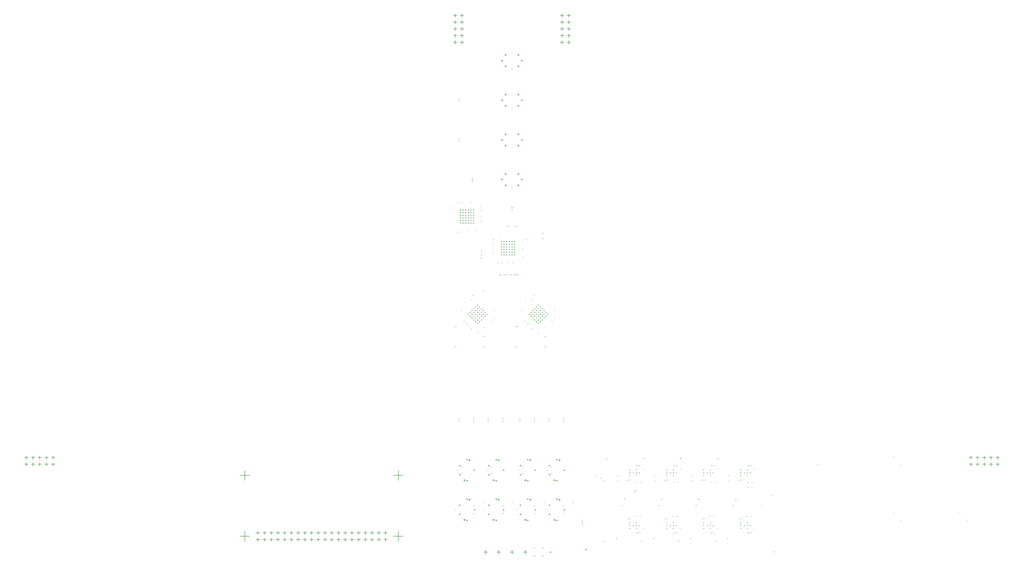
<source format=gbr>
%TF.GenerationSoftware,Altium Limited,Altium Designer,22.5.1 (42)*%
G04 Layer_Color=128*
%FSLAX26Y26*%
%MOIN*%
%TF.SameCoordinates,79F18A81-A5BF-4171-AD75-6FA3A7A6B408*%
%TF.FilePolarity,Positive*%
%TF.FileFunction,Drillmap*%
%TF.Part,Single*%
G01*
G75*
%TA.AperFunction,NonConductor*%
%ADD174C,0.005000*%
D174*
X5262953Y3830000D02*
X5314134D01*
X5288543Y3804410D02*
Y3855590D01*
X5162953Y3830000D02*
X5214134D01*
X5188543Y3804410D02*
Y3855590D01*
X5062953Y3830000D02*
X5114134D01*
X5088543Y3804410D02*
Y3855590D01*
X917717Y4851575D02*
X968898D01*
X943307Y4825984D02*
Y4877165D01*
X1117717Y4851575D02*
X1168898D01*
X1143307Y4825984D02*
Y4877165D01*
X1017717Y4851575D02*
X1068898D01*
X1043307Y4825984D02*
Y4877165D01*
X817717Y4951575D02*
X868898D01*
X843307Y4925984D02*
Y4977165D01*
X917717Y4951575D02*
X968898D01*
X943307Y4925984D02*
Y4977165D01*
X1017717Y4951575D02*
X1068898D01*
X1043307Y4925984D02*
Y4977165D01*
X1117717Y4951575D02*
X1168898D01*
X1143307Y4925984D02*
Y4977165D01*
X1217717Y4951575D02*
X1268898D01*
X1243307Y4925984D02*
Y4977165D01*
X1217717Y4851575D02*
X1268898D01*
X1243307Y4825984D02*
Y4877165D01*
X817717Y4851575D02*
X868898D01*
X843307Y4825984D02*
Y4877165D01*
X7200000Y11538583D02*
X7251181D01*
X7225591Y11512992D02*
Y11564173D01*
X7200000Y11438583D02*
X7251181D01*
X7225591Y11412992D02*
Y11464173D01*
X7200000Y11338583D02*
X7251181D01*
X7225591Y11312992D02*
Y11364173D01*
X7200000Y11238583D02*
X7251181D01*
X7225591Y11212992D02*
Y11264173D01*
X7200000Y11138583D02*
X7251181D01*
X7225591Y11112992D02*
Y11164173D01*
X7300000Y11138583D02*
X7351181D01*
X7325591Y11112992D02*
Y11164173D01*
X7300000Y11238583D02*
X7351181D01*
X7325591Y11212992D02*
Y11264173D01*
X7300000Y11338583D02*
X7351181D01*
X7325591Y11312992D02*
Y11364173D01*
X7300000Y11438583D02*
X7351181D01*
X7325591Y11412992D02*
Y11464173D01*
X7300000Y11538583D02*
X7351181D01*
X7325591Y11512992D02*
Y11564173D01*
X14872835Y4951575D02*
X14924016D01*
X14898425Y4925984D02*
Y4977165D01*
X14972835Y4951575D02*
X15024016D01*
X14998425Y4925984D02*
Y4977165D01*
X15072835Y4951575D02*
X15124016D01*
X15098425Y4925984D02*
Y4977165D01*
X15172835Y4951575D02*
X15224016D01*
X15198425Y4925984D02*
Y4977165D01*
X15272835Y4951575D02*
X15324016D01*
X15298425Y4925984D02*
Y4977165D01*
X15272835Y4851575D02*
X15324016D01*
X15298425Y4825984D02*
Y4877165D01*
X15172835Y4851575D02*
X15224016D01*
X15198425Y4825984D02*
Y4877165D01*
X15072835Y4851575D02*
X15124016D01*
X15098425Y4825984D02*
Y4877165D01*
X14972835Y4851575D02*
X15024016D01*
X14998425Y4825984D02*
Y4877165D01*
X14872835Y4851575D02*
X14924016D01*
X14898425Y4825984D02*
Y4877165D01*
X8890551Y11138583D02*
X8941732D01*
X8916142Y11112992D02*
Y11164173D01*
X8890551Y11238583D02*
X8941732D01*
X8916142Y11212992D02*
Y11264173D01*
X8890551Y11338583D02*
X8941732D01*
X8916142Y11312992D02*
Y11364173D01*
X8890551Y11438583D02*
X8941732D01*
X8916142Y11412992D02*
Y11464173D01*
X8890551Y11538583D02*
X8941732D01*
X8916142Y11512992D02*
Y11564173D01*
X8790551Y11538583D02*
X8841732D01*
X8816142Y11512992D02*
Y11564173D01*
X8790551Y11438583D02*
X8841732D01*
X8816142Y11412992D02*
Y11464173D01*
X8790551Y11338583D02*
X8841732D01*
X8816142Y11312992D02*
Y11364173D01*
X8790551Y11238583D02*
X8841732D01*
X8816142Y11212992D02*
Y11264173D01*
X8790551Y11138583D02*
X8841732D01*
X8816142Y11112992D02*
Y11164173D01*
X6162953Y3830000D02*
X6214134D01*
X6188543Y3804410D02*
Y3855590D01*
X6162953Y3730000D02*
X6214134D01*
X6188543Y3704410D02*
Y3755590D01*
X6062953Y3830000D02*
X6114134D01*
X6088543Y3804410D02*
Y3855590D01*
X6062953Y3730000D02*
X6114134D01*
X6088543Y3704410D02*
Y3755590D01*
X5962953Y3830000D02*
X6014134D01*
X5988543Y3804410D02*
Y3855590D01*
X5962953Y3730000D02*
X6014134D01*
X5988543Y3704410D02*
Y3755590D01*
X5862953Y3830000D02*
X5914134D01*
X5888543Y3804410D02*
Y3855590D01*
X5862953Y3730000D02*
X5914134D01*
X5888543Y3704410D02*
Y3755590D01*
X5762953Y3830000D02*
X5814134D01*
X5788543Y3804410D02*
Y3855590D01*
X5762953Y3730000D02*
X5814134D01*
X5788543Y3704410D02*
Y3755590D01*
X5662953Y3830000D02*
X5714134D01*
X5688543Y3804410D02*
Y3855590D01*
X5662953Y3730000D02*
X5714134D01*
X5688543Y3704410D02*
Y3755590D01*
X5562953Y3830000D02*
X5614134D01*
X5588543Y3804410D02*
Y3855590D01*
X5562953Y3730000D02*
X5614134D01*
X5588543Y3704410D02*
Y3755590D01*
X5462953Y3830000D02*
X5514134D01*
X5488543Y3804410D02*
Y3855590D01*
X5462953Y3730000D02*
X5514134D01*
X5488543Y3704410D02*
Y3755590D01*
X5362953Y3830000D02*
X5414134D01*
X5388543Y3804410D02*
Y3855590D01*
X5362953Y3730000D02*
X5414134D01*
X5388543Y3704410D02*
Y3755590D01*
X5262953Y3730000D02*
X5314134D01*
X5288543Y3704410D02*
Y3755590D01*
X5162953Y3730000D02*
X5214134D01*
X5188543Y3704410D02*
Y3755590D01*
X5062953Y3730000D02*
X5114134D01*
X5088543Y3704410D02*
Y3755590D01*
X4962953Y3830000D02*
X5014134D01*
X4988543Y3804410D02*
Y3855590D01*
X4962953Y3730000D02*
X5014134D01*
X4988543Y3704410D02*
Y3755590D01*
X4862953Y3830000D02*
X4914134D01*
X4888543Y3804410D02*
Y3855590D01*
X4862953Y3730000D02*
X4914134D01*
X4888543Y3704410D02*
Y3755590D01*
X4762953Y3830000D02*
X4814134D01*
X4788543Y3804410D02*
Y3855590D01*
X4762953Y3730000D02*
X4814134D01*
X4788543Y3704410D02*
Y3755590D01*
X4662953Y3830000D02*
X4714134D01*
X4688543Y3804410D02*
Y3855590D01*
X4662953Y3730000D02*
X4714134D01*
X4688543Y3704410D02*
Y3755590D01*
X4562953Y3830000D02*
X4614134D01*
X4588543Y3804410D02*
Y3855590D01*
X4562953Y3730000D02*
X4614134D01*
X4588543Y3704410D02*
Y3755590D01*
X4462953Y3830000D02*
X4514134D01*
X4488543Y3804410D02*
Y3855590D01*
X4462953Y3730000D02*
X4514134D01*
X4488543Y3704410D02*
Y3755590D01*
X4362953Y3830000D02*
X4414134D01*
X4388543Y3804410D02*
Y3855590D01*
X4362953Y3730000D02*
X4414134D01*
X4388543Y3704410D02*
Y3755590D01*
X4262953Y3830000D02*
X4314134D01*
X4288543Y3804410D02*
Y3855590D01*
X4262953Y3730000D02*
X4314134D01*
X4288543Y3704410D02*
Y3755590D01*
X6305118Y3779528D02*
X6450787D01*
X6377953Y3706693D02*
Y3852362D01*
X6305118Y4685039D02*
X6450787D01*
X6377953Y4612205D02*
Y4757874D01*
X4021654Y4685039D02*
X4167323D01*
X4094488Y4612205D02*
Y4757874D01*
X4021654Y3779528D02*
X4167323D01*
X4094488Y3706693D02*
Y3852362D01*
X7910236Y10866142D02*
X7936220D01*
X7923228Y10853150D02*
Y10879134D01*
X8207087Y10866142D02*
X8229921D01*
X8218504Y10854724D02*
Y10877559D01*
X8151575Y10781496D02*
X8179134D01*
X8165354Y10767717D02*
Y10795275D01*
X7962598Y10781496D02*
X7990157D01*
X7976378Y10767717D02*
Y10795275D01*
X7962598Y10950787D02*
X7990157D01*
X7976378Y10937008D02*
Y10964567D01*
X8151575Y10950787D02*
X8179134D01*
X8165354Y10937008D02*
Y10964567D01*
X7910236Y10275591D02*
X7936220D01*
X7923228Y10262599D02*
Y10288583D01*
X8207087Y10275591D02*
X8229921D01*
X8218504Y10264173D02*
Y10287008D01*
X8151575Y10190945D02*
X8179134D01*
X8165354Y10177165D02*
Y10204724D01*
X7962598Y10190945D02*
X7990157D01*
X7976378Y10177165D02*
Y10204724D01*
X7962598Y10360236D02*
X7990157D01*
X7976378Y10346457D02*
Y10374016D01*
X8151575Y10360236D02*
X8179134D01*
X8165354Y10346457D02*
Y10374016D01*
X7910236Y9685039D02*
X7936220D01*
X7923228Y9672047D02*
Y9698031D01*
X8207087Y9685039D02*
X8229921D01*
X8218504Y9673622D02*
Y9696457D01*
X8151575Y9600394D02*
X8179134D01*
X8165354Y9586614D02*
Y9614173D01*
X7962598Y9600394D02*
X7990157D01*
X7976378Y9586614D02*
Y9614173D01*
X7962598Y9769685D02*
X7990157D01*
X7976378Y9755906D02*
Y9783465D01*
X8151575Y9769685D02*
X8179134D01*
X8165354Y9755906D02*
Y9783465D01*
X7910236Y9094488D02*
X7936220D01*
X7923228Y9081496D02*
Y9107480D01*
X8207087Y9094488D02*
X8229921D01*
X8218504Y9083071D02*
Y9105906D01*
X8151575Y9009843D02*
X8179134D01*
X8165354Y8996063D02*
Y9023622D01*
X7962598Y9009843D02*
X7990157D01*
X7976378Y8996063D02*
Y9023622D01*
X7962598Y9179134D02*
X7990157D01*
X7976378Y9165354D02*
Y9192913D01*
X8151575Y9179134D02*
X8179134D01*
X8165354Y9165354D02*
Y9192913D01*
X7391732Y4605905D02*
X7411417D01*
X7401575Y4596063D02*
Y4615748D01*
X7391732Y4921653D02*
X7411417D01*
X7401575Y4911811D02*
Y4931496D01*
X7501968Y4763779D02*
X7521654D01*
X7511811Y4753937D02*
Y4773622D01*
X7281496Y4694882D02*
X7301181D01*
X7291339Y4685039D02*
Y4704724D01*
X7281496Y4832677D02*
X7301181D01*
X7291339Y4822834D02*
Y4842520D01*
X7423425Y4913779D02*
X7452953D01*
X7438189Y4899016D02*
Y4928543D01*
X7350197Y4613779D02*
X7379724D01*
X7364961Y4599016D02*
Y4628543D01*
X8297244Y4015354D02*
X8316929D01*
X8307087Y4005512D02*
Y4025197D01*
X8297244Y4331102D02*
X8316929D01*
X8307087Y4321260D02*
Y4340945D01*
X8407480Y4173228D02*
X8427165D01*
X8417323Y4163386D02*
Y4183071D01*
X8187008Y4104331D02*
X8206693D01*
X8196850Y4094488D02*
Y4114173D01*
X8187008Y4242126D02*
X8206693D01*
X8196850Y4232283D02*
Y4251968D01*
X8328937Y4323228D02*
X8358465D01*
X8343701Y4308465D02*
Y4337992D01*
X8255709Y4023228D02*
X8285236D01*
X8270472Y4008465D02*
Y4037992D01*
X8730315Y4605905D02*
X8750000D01*
X8740157Y4596063D02*
Y4615748D01*
X8730315Y4921653D02*
X8750000D01*
X8740157Y4911811D02*
Y4931496D01*
X8840551Y4763779D02*
X8860236D01*
X8850394Y4753937D02*
Y4773622D01*
X8620079Y4694882D02*
X8639764D01*
X8629921Y4685039D02*
Y4704724D01*
X8620079Y4832677D02*
X8639764D01*
X8629921Y4822834D02*
Y4842520D01*
X8762008Y4913779D02*
X8791535D01*
X8776772Y4899016D02*
Y4928543D01*
X8688780Y4613779D02*
X8718307D01*
X8703543Y4599016D02*
Y4628543D01*
X8297244Y4605905D02*
X8316929D01*
X8307087Y4596063D02*
Y4615748D01*
X8297244Y4921653D02*
X8316929D01*
X8307087Y4911811D02*
Y4931496D01*
X8407480Y4763779D02*
X8427165D01*
X8417323Y4753937D02*
Y4773622D01*
X8187008Y4694882D02*
X8206693D01*
X8196850Y4685039D02*
Y4704724D01*
X8187008Y4832677D02*
X8206693D01*
X8196850Y4822834D02*
Y4842520D01*
X8328937Y4913779D02*
X8358465D01*
X8343701Y4899016D02*
Y4928543D01*
X8255709Y4613779D02*
X8285236D01*
X8270472Y4599016D02*
Y4628543D01*
X8730315Y4015354D02*
X8750000D01*
X8740157Y4005512D02*
Y4025197D01*
X8730315Y4331102D02*
X8750000D01*
X8740157Y4321260D02*
Y4340945D01*
X8840551Y4173228D02*
X8860236D01*
X8850394Y4163386D02*
Y4183071D01*
X8620079Y4104331D02*
X8639764D01*
X8629921Y4094488D02*
Y4114173D01*
X8620079Y4242126D02*
X8639764D01*
X8629921Y4232283D02*
Y4251968D01*
X8762008Y4323228D02*
X8791535D01*
X8776772Y4308465D02*
Y4337992D01*
X8688780Y4023228D02*
X8718307D01*
X8703543Y4008465D02*
Y4037992D01*
X7824803Y4015354D02*
X7844488D01*
X7834646Y4005512D02*
Y4025197D01*
X7824803Y4331102D02*
X7844488D01*
X7834646Y4321260D02*
Y4340945D01*
X7935039Y4173228D02*
X7954724D01*
X7944882Y4163386D02*
Y4183071D01*
X7714567Y4104331D02*
X7734252D01*
X7724409Y4094488D02*
Y4114173D01*
X7714567Y4242126D02*
X7734252D01*
X7724409Y4232283D02*
Y4251968D01*
X7856496Y4323228D02*
X7886024D01*
X7871260Y4308465D02*
Y4337992D01*
X7783268Y4023228D02*
X7812795D01*
X7798032Y4008465D02*
Y4037992D01*
X7824803Y4605905D02*
X7844488D01*
X7834646Y4596063D02*
Y4615748D01*
X7824803Y4921653D02*
X7844488D01*
X7834646Y4911811D02*
Y4931496D01*
X7935039Y4763779D02*
X7954724D01*
X7944882Y4753937D02*
Y4773622D01*
X7714567Y4694882D02*
X7734252D01*
X7724409Y4685039D02*
Y4704724D01*
X7714567Y4832677D02*
X7734252D01*
X7724409Y4822834D02*
Y4842520D01*
X7856496Y4913779D02*
X7886024D01*
X7871260Y4899016D02*
Y4928543D01*
X7783268Y4613779D02*
X7812795D01*
X7798032Y4599016D02*
Y4628543D01*
X7391732Y4015354D02*
X7411417D01*
X7401575Y4005512D02*
Y4025197D01*
X7391732Y4331102D02*
X7411417D01*
X7401575Y4321260D02*
Y4340945D01*
X7501968Y4173228D02*
X7521654D01*
X7511811Y4163386D02*
Y4183071D01*
X7281496Y4104331D02*
X7301181D01*
X7291339Y4094488D02*
Y4114173D01*
X7281496Y4242126D02*
X7301181D01*
X7291339Y4232283D02*
Y4251968D01*
X7423425Y4323228D02*
X7452953D01*
X7438189Y4308465D02*
Y4337992D01*
X7350197Y4023228D02*
X7379724D01*
X7364961Y4008465D02*
Y4037992D01*
X7613189Y7928147D02*
X7617126D01*
X7615158Y7926179D02*
Y7930116D01*
X7613189Y7912399D02*
X7617126D01*
X7615158Y7910431D02*
Y7914368D01*
X9113189Y3942913D02*
X9117126D01*
X9115157Y3940945D02*
Y3944882D01*
X9113189Y4021653D02*
X9117126D01*
X9115157Y4019685D02*
Y4023622D01*
X8631890Y3543307D02*
X8651575D01*
X8641732Y3533465D02*
Y3553150D01*
X12622047Y4848425D02*
X12625984D01*
X12624016Y4846457D02*
Y4850394D01*
X11946850Y4389764D02*
X11950787D01*
X11948819Y4387795D02*
Y4391732D01*
X11639764Y4503937D02*
X11643701D01*
X11641732Y4501968D02*
Y4505905D01*
X11580709Y4503937D02*
X11584646D01*
X11582677Y4501968D02*
Y4505905D01*
X9113189Y4001968D02*
X9117126D01*
X9115157Y4000000D02*
Y4003937D01*
X9113189Y3982284D02*
X9117126D01*
X9115157Y3980315D02*
Y3984252D01*
X9113189Y3962598D02*
X9117126D01*
X9115157Y3960630D02*
Y3964567D01*
X11580709Y3827756D02*
X11584646D01*
X11582677Y3825787D02*
Y3829724D01*
X11029528Y3827756D02*
X11033465D01*
X11031496Y3825787D02*
Y3829724D01*
X10478346Y3827756D02*
X10482283D01*
X10480315Y3825787D02*
Y3829724D01*
X9927165Y3827756D02*
X9931102D01*
X9929134Y3825787D02*
Y3829724D01*
X11297244Y4606299D02*
X11301181D01*
X11299213Y4604331D02*
Y4608268D01*
X11297244Y4685039D02*
X11301181D01*
X11299213Y4683071D02*
Y4687008D01*
X10746063Y4606299D02*
X10750000D01*
X10748031Y4604331D02*
Y4608268D01*
X10746063Y4685039D02*
X10750000D01*
X10748031Y4683071D02*
Y4687008D01*
X10194882Y4606299D02*
X10198819D01*
X10196850Y4604331D02*
Y4608268D01*
X10194882Y4685039D02*
X10198819D01*
X10196850Y4683071D02*
Y4687008D01*
X11580709Y4833661D02*
X11584646D01*
X11582677Y4831693D02*
Y4835630D01*
X11029528Y4833661D02*
X11033465D01*
X11031496Y4831693D02*
Y4835630D01*
X10478346Y4833661D02*
X10482283D01*
X10480315Y4831693D02*
Y4835630D01*
X9927165Y4833661D02*
X9931102D01*
X9929134Y4831693D02*
Y4835630D01*
X9643701Y4685039D02*
X9647638D01*
X9645669Y4683071D02*
Y4687008D01*
X9643701Y4606299D02*
X9647638D01*
X9645669Y4604331D02*
Y4608268D01*
X11438977Y4612205D02*
X11442914D01*
X11440945Y4610236D02*
Y4614173D01*
X10887795Y4612205D02*
X10891732D01*
X10889764Y4610236D02*
Y4614173D01*
X10336614Y4612205D02*
X10340551D01*
X10338583Y4610236D02*
Y4614173D01*
X9785433Y4612205D02*
X9789370D01*
X9787402Y4610236D02*
Y4614173D01*
X9801181Y4030512D02*
X9805118D01*
X9803149Y4028543D02*
Y4032480D01*
X10352362Y4030512D02*
X10356299D01*
X10354331Y4028543D02*
Y4032480D01*
X10903543Y4030512D02*
X10907480D01*
X10905512Y4028543D02*
Y4032480D01*
X11454724Y4030512D02*
X11458661D01*
X11456693Y4028543D02*
Y4032480D01*
X9887795Y4442303D02*
X9891732D01*
X9889764Y4440335D02*
Y4444272D01*
X9902559Y4454646D02*
X9906496D01*
X9904528Y4452677D02*
Y4456614D01*
X9917323Y4466988D02*
X9921260D01*
X9919291Y4465020D02*
Y4468957D01*
X11674213Y3897106D02*
X11678150D01*
X11676181Y3895138D02*
Y3899075D01*
X11123032Y3897106D02*
X11126969D01*
X11125000Y3895138D02*
Y3899075D01*
X10571850Y3897106D02*
X10575787D01*
X10573819Y3895138D02*
Y3899075D01*
X10020669Y3897106D02*
X10024606D01*
X10022638Y3895138D02*
Y3899075D01*
X11677165Y4779528D02*
X11681103D01*
X11679134Y4777559D02*
Y4781496D01*
X11125984Y4779528D02*
X11129921D01*
X11127953Y4777559D02*
Y4781496D01*
X10574803Y4779528D02*
X10578740D01*
X10576772Y4777559D02*
Y4781496D01*
X10023622Y4779528D02*
X10027559D01*
X10025591Y4777559D02*
Y4781496D01*
X7228346Y4173228D02*
X7232283D01*
X7230315Y4171260D02*
Y4175197D01*
X11964567Y3547244D02*
X11972441D01*
X11968504Y3543307D02*
Y3551181D01*
X9163386Y3582677D02*
X9183071D01*
X9173228Y3572835D02*
Y3592520D01*
X8523622Y3484252D02*
X8531496D01*
X8527559Y3480315D02*
Y3488189D01*
X8397638Y3484252D02*
X8405512D01*
X8401575Y3480315D02*
Y3488189D01*
X8523622Y3602362D02*
X8531496D01*
X8527559Y3598425D02*
Y3606299D01*
X8397638Y3602362D02*
X8405512D01*
X8401575Y3598425D02*
Y3606299D01*
X8238189Y3543307D02*
X8297244D01*
X8267717Y3513780D02*
Y3572835D01*
X8041339Y3543307D02*
X8100394D01*
X8070866Y3513780D02*
Y3572835D01*
X7844488Y3543307D02*
X7903543D01*
X7874016Y3513780D02*
Y3572835D01*
X7647638Y3543307D02*
X7706693D01*
X7677165Y3513780D02*
Y3572835D01*
X9446850Y4606299D02*
X9450787D01*
X9448819Y4604331D02*
Y4608268D01*
X9387795Y4645669D02*
X9391732D01*
X9389764Y4643701D02*
Y4647638D01*
X9328740Y4685039D02*
X9332677D01*
X9330709Y4683071D02*
Y4687008D01*
X9927165Y4582677D02*
X9931102D01*
X9929134Y4580709D02*
Y4584646D01*
X9986220Y4582677D02*
X9990157D01*
X9988189Y4580709D02*
Y4584646D01*
X11580709Y4582677D02*
X11584646D01*
X11582677Y4580709D02*
Y4584646D01*
X11639764Y4582677D02*
X11643701D01*
X11641732Y4580709D02*
Y4584646D01*
X11029528Y4582677D02*
X11033465D01*
X11031496Y4580709D02*
Y4584646D01*
X11088583Y4582677D02*
X11092520D01*
X11090551Y4580709D02*
Y4584646D01*
X10537402Y4582677D02*
X10541339D01*
X10539370Y4580709D02*
Y4584646D01*
X10478346Y4582677D02*
X10482283D01*
X10480315Y4580709D02*
Y4584646D01*
X9744094Y4330709D02*
X9751968D01*
X9748031Y4326772D02*
Y4334646D01*
X10846457Y4330709D02*
X10854331D01*
X10850394Y4326772D02*
Y4334646D01*
X9744094Y4330709D02*
X9751969D01*
X9748031Y4326772D02*
Y4334646D01*
X10295276Y4330709D02*
X10303150D01*
X10299213Y4326772D02*
Y4334646D01*
X11397638Y4330709D02*
X11405512D01*
X11401575Y4326772D02*
Y4334646D01*
X9704724Y4238189D02*
X9712598D01*
X9708661Y4234252D02*
Y4242126D01*
X10255906Y4238189D02*
X10263780D01*
X10259843Y4234252D02*
Y4242126D01*
X10807087Y4238189D02*
X10814961D01*
X10811024Y4234252D02*
Y4242126D01*
X11358268Y4238189D02*
X11366142D01*
X11362205Y4234252D02*
Y4242126D01*
X11127954Y4937008D02*
X11135828D01*
X11131891Y4933071D02*
Y4940945D01*
X9474410Y4937008D02*
X9482284D01*
X9478347Y4933071D02*
Y4940945D01*
X10025591Y4937008D02*
X10033465D01*
X10029528Y4933071D02*
Y4940945D01*
X10576772Y4937008D02*
X10584646D01*
X10580709Y4933071D02*
Y4940945D01*
X7641732Y4281496D02*
X7645669D01*
X7643701Y4279528D02*
Y4283465D01*
X8074803Y4281496D02*
X8078740D01*
X8076772Y4279528D02*
Y4283465D01*
X8547244Y4281496D02*
X8551181D01*
X8549213Y4279528D02*
Y4283465D01*
X8980315Y4281496D02*
X8984252D01*
X8982283Y4279528D02*
Y4283465D01*
X11781497Y4228346D02*
X11785434D01*
X11783465Y4226378D02*
Y4230315D01*
X9911417Y4074803D02*
X9915354D01*
X9913386Y4072835D02*
Y4076772D01*
X9974409Y4074803D02*
X9978346D01*
X9976378Y4072834D02*
Y4076771D01*
X10462598Y4074803D02*
X10466535D01*
X10464567Y4072835D02*
Y4076772D01*
X10525591Y4074803D02*
X10529528D01*
X10527559Y4072834D02*
Y4076771D01*
X11013780Y4074803D02*
X11017717D01*
X11015748Y4072834D02*
Y4076771D01*
X11076772Y4074803D02*
X11080709D01*
X11078740Y4072834D02*
Y4076771D01*
X11627953Y4074803D02*
X11631890D01*
X11629922Y4072834D02*
Y4076771D01*
X11564961Y4074803D02*
X11568898D01*
X11566929Y4072835D02*
Y4076772D01*
X7754921Y4714567D02*
X7760827D01*
X7757874Y4711614D02*
Y4717520D01*
X7754921Y4812992D02*
X7760827D01*
X7757874Y4810039D02*
Y4815945D01*
X9622047Y3746063D02*
X9629921D01*
X9625984Y3742126D02*
Y3750000D01*
X9444882Y3704724D02*
X9452756D01*
X9448819Y3700787D02*
Y3708661D01*
X10173228Y3746063D02*
X10181102D01*
X10177165Y3742126D02*
Y3750000D01*
X9996063Y3704724D02*
X10003937D01*
X10000000Y3700787D02*
Y3708661D01*
X10724409Y3746063D02*
X10732283D01*
X10728346Y3742126D02*
Y3750000D01*
X10547244Y3704724D02*
X10555118D01*
X10551181Y3700787D02*
Y3708661D01*
X11098425Y3704724D02*
X11106299D01*
X11102362Y3700787D02*
Y3708661D01*
X11275591Y3746063D02*
X11283465D01*
X11279528Y3742126D02*
Y3750000D01*
X11466535Y4618110D02*
X11470472D01*
X11468504Y4616142D02*
Y4620079D01*
X11490158Y4618110D02*
X11494095D01*
X11492126Y4616142D02*
Y4620079D01*
X10915354Y4618110D02*
X10919291D01*
X10917323Y4616142D02*
Y4620079D01*
X10938977Y4618110D02*
X10942914D01*
X10940945Y4616142D02*
Y4620079D01*
X10364173Y4618110D02*
X10368110D01*
X10366142Y4616142D02*
Y4620079D01*
X10387795Y4618110D02*
X10391732D01*
X10389764Y4616142D02*
Y4620079D01*
X9836614Y4618110D02*
X9840551D01*
X9838583Y4616142D02*
Y4620079D01*
X9812992Y4618110D02*
X9816929D01*
X9814960Y4616142D02*
Y4620079D01*
X9942913Y4830709D02*
X9946850D01*
X9944882Y4828740D02*
Y4832677D01*
X9970472Y4830709D02*
X9974409D01*
X9972441Y4828740D02*
Y4832677D01*
X10494094Y4830709D02*
X10498031D01*
X10496063Y4828740D02*
Y4832677D01*
X10521654Y4830709D02*
X10525591D01*
X10523622Y4828740D02*
Y4832677D01*
X11596457Y4830709D02*
X11600394D01*
X11598425Y4828740D02*
Y4832677D01*
X11624016Y4830709D02*
X11627953D01*
X11625984Y4828740D02*
Y4832677D01*
X11072835Y4830709D02*
X11076772D01*
X11074803Y4828740D02*
Y4832677D01*
X11045276Y4830709D02*
X11049213D01*
X11047244Y4828740D02*
Y4832677D01*
X10367717Y3894685D02*
X10375591D01*
X10371654Y3890748D02*
Y3898622D01*
X10367717Y3979331D02*
X10375591D01*
X10371654Y3975394D02*
Y3983268D01*
X10367717Y3937008D02*
X10375591D01*
X10371654Y3933071D02*
Y3940945D01*
X10467126Y3894685D02*
X10475000D01*
X10471063Y3890748D02*
Y3898622D01*
X10467126Y3979331D02*
X10475000D01*
X10471063Y3975394D02*
Y3983268D01*
X10423425Y3937008D02*
X10431299D01*
X10427362Y3933071D02*
Y3940945D01*
X10510827Y3937008D02*
X10518701D01*
X10514764Y3933071D02*
Y3940945D01*
X10467126Y3937008D02*
X10475000D01*
X10471063Y3933071D02*
Y3940945D01*
X10387795Y4043307D02*
X10391732D01*
X10389764Y4041339D02*
Y4045276D01*
X10364173Y4043307D02*
X10368110D01*
X10366142Y4041339D02*
Y4045276D01*
X10494094Y3830709D02*
X10498031D01*
X10496063Y3828740D02*
Y3832677D01*
X10521654Y3830709D02*
X10525591D01*
X10523622Y3828740D02*
Y3832677D01*
X9970472Y3830709D02*
X9974409D01*
X9972441Y3828740D02*
Y3832677D01*
X9942913Y3830709D02*
X9946850D01*
X9944882Y3828740D02*
Y3832677D01*
X11624016Y3830709D02*
X11627953D01*
X11625984Y3828740D02*
Y3832677D01*
X11596457Y3830709D02*
X11600394D01*
X11598425Y3828740D02*
Y3832677D01*
X11045276Y3830709D02*
X11049213D01*
X11047244Y3828740D02*
Y3832677D01*
X11072835Y3830709D02*
X11076772D01*
X11074803Y3828740D02*
Y3832677D01*
X9812992Y4043307D02*
X9816929D01*
X9814960Y4041339D02*
Y4045276D01*
X9836614Y4043307D02*
X9840551D01*
X9838583Y4041339D02*
Y4045276D01*
X10915354Y4043307D02*
X10919291D01*
X10917323Y4041339D02*
Y4045276D01*
X10938977Y4043307D02*
X10942914D01*
X10940945Y4041339D02*
Y4045276D01*
X11490158Y4043307D02*
X11494095D01*
X11492126Y4041339D02*
Y4045276D01*
X11466535Y4043307D02*
X11470472D01*
X11468504Y4041339D02*
Y4045276D01*
X9816535Y3894685D02*
X9824409D01*
X9820472Y3890748D02*
Y3898622D01*
X9816535Y3979331D02*
X9824409D01*
X9820472Y3975394D02*
Y3983268D01*
X9816535Y3937008D02*
X9824409D01*
X9820472Y3933071D02*
Y3940945D01*
X9915945Y3894685D02*
X9923819D01*
X9919882Y3890748D02*
Y3898622D01*
X9915945Y3979331D02*
X9923819D01*
X9919882Y3975394D02*
Y3983268D01*
X9872244Y3937008D02*
X9880118D01*
X9876181Y3933071D02*
Y3940945D01*
X9959646Y3937008D02*
X9967520D01*
X9963583Y3933071D02*
Y3940945D01*
X9915945Y3937008D02*
X9923819D01*
X9919882Y3933071D02*
Y3940945D01*
X10918898Y3894685D02*
X10926772D01*
X10922835Y3890748D02*
Y3898622D01*
X10918898Y3979331D02*
X10926772D01*
X10922835Y3975394D02*
Y3983268D01*
X10918898Y3937008D02*
X10926772D01*
X10922835Y3933071D02*
Y3940945D01*
X11018307Y3894685D02*
X11026181D01*
X11022244Y3890748D02*
Y3898622D01*
X11018307Y3979331D02*
X11026181D01*
X11022244Y3975394D02*
Y3983268D01*
X10974606Y3937008D02*
X10982480D01*
X10978543Y3933071D02*
Y3940945D01*
X11062008Y3937008D02*
X11069882D01*
X11065945Y3933071D02*
Y3940945D01*
X11018307Y3937008D02*
X11026181D01*
X11022244Y3933071D02*
Y3940945D01*
X11470079Y3894685D02*
X11477953D01*
X11474016Y3890748D02*
Y3898622D01*
X11470079Y3979331D02*
X11477953D01*
X11474016Y3975394D02*
Y3983268D01*
X11470079Y3937008D02*
X11477953D01*
X11474016Y3933071D02*
Y3940945D01*
X11569488Y3894685D02*
X11577362D01*
X11573425Y3890748D02*
Y3898622D01*
X11569488Y3979331D02*
X11577362D01*
X11573425Y3975394D02*
Y3983268D01*
X11525788Y3937008D02*
X11533662D01*
X11529725Y3933071D02*
Y3940945D01*
X11613189Y3937008D02*
X11621063D01*
X11617126Y3933071D02*
Y3940945D01*
X11569488Y3937008D02*
X11577362D01*
X11573425Y3933071D02*
Y3940945D01*
X9816535Y4766732D02*
X9824409D01*
X9820472Y4762795D02*
Y4770669D01*
X9816535Y4682087D02*
X9824409D01*
X9820472Y4678150D02*
Y4686024D01*
X9816535Y4724409D02*
X9824409D01*
X9820472Y4720472D02*
Y4728346D01*
X9915945Y4766732D02*
X9923819D01*
X9919882Y4762795D02*
Y4770669D01*
X9915945Y4682087D02*
X9923819D01*
X9919882Y4678150D02*
Y4686024D01*
X9872244Y4724409D02*
X9880118D01*
X9876181Y4720472D02*
Y4728346D01*
X9959646Y4724409D02*
X9967520D01*
X9963583Y4720472D02*
Y4728346D01*
X9915945Y4724409D02*
X9923819D01*
X9919882Y4720472D02*
Y4728346D01*
X10367717Y4766732D02*
X10375591D01*
X10371654Y4762795D02*
Y4770669D01*
X10367717Y4682087D02*
X10375591D01*
X10371654Y4678150D02*
Y4686024D01*
X10367717Y4724409D02*
X10375591D01*
X10371654Y4720472D02*
Y4728346D01*
X10467126Y4766732D02*
X10475000D01*
X10471063Y4762795D02*
Y4770669D01*
X10467126Y4682087D02*
X10475000D01*
X10471063Y4678150D02*
Y4686024D01*
X10423425Y4724409D02*
X10431299D01*
X10427362Y4720472D02*
Y4728346D01*
X10510827Y4724409D02*
X10518701D01*
X10514764Y4720472D02*
Y4728346D01*
X10467126Y4724409D02*
X10475000D01*
X10471063Y4720472D02*
Y4728346D01*
X10918898Y4766732D02*
X10926772D01*
X10922835Y4762795D02*
Y4770669D01*
X10918898Y4682087D02*
X10926772D01*
X10922835Y4678150D02*
Y4686024D01*
X10918898Y4724409D02*
X10926772D01*
X10922835Y4720472D02*
Y4728346D01*
X11018307Y4766732D02*
X11026181D01*
X11022244Y4762795D02*
Y4770669D01*
X11018307Y4682087D02*
X11026181D01*
X11022244Y4678150D02*
Y4686024D01*
X10974606Y4724409D02*
X10982480D01*
X10978543Y4720472D02*
Y4728346D01*
X11062008Y4724409D02*
X11069882D01*
X11065945Y4720472D02*
Y4728346D01*
X11018307Y4724409D02*
X11026181D01*
X11022244Y4720472D02*
Y4728346D01*
X11470079Y4766732D02*
X11477953D01*
X11474016Y4762795D02*
Y4770669D01*
X11470079Y4682087D02*
X11477953D01*
X11474016Y4678150D02*
Y4686024D01*
X11470079Y4724409D02*
X11477953D01*
X11474016Y4720472D02*
Y4728346D01*
X11569488Y4766732D02*
X11577362D01*
X11573425Y4762795D02*
Y4770669D01*
X11569488Y4682087D02*
X11577362D01*
X11573425Y4678150D02*
Y4686024D01*
X11525787Y4724409D02*
X11533661D01*
X11529724Y4720472D02*
Y4728346D01*
X11613189Y4724409D02*
X11621063D01*
X11617126Y4720472D02*
Y4728346D01*
X11569488Y4724409D02*
X11577362D01*
X11573425Y4720472D02*
Y4728346D01*
X8837599Y4114173D02*
X8843504D01*
X8840551Y4111221D02*
Y4117126D01*
X8837599Y4232283D02*
X8843504D01*
X8840551Y4229331D02*
Y4235236D01*
X8404528Y4114173D02*
X8410433D01*
X8407480Y4111221D02*
Y4117126D01*
X8404528Y4232283D02*
X8410433D01*
X8407480Y4229331D02*
Y4235236D01*
X7932087Y4114173D02*
X7937992D01*
X7935039Y4111221D02*
Y4117126D01*
X7932087Y4232283D02*
X7937992D01*
X7935039Y4229331D02*
Y4235236D01*
X7499016Y4232283D02*
X7504921D01*
X7501968Y4229331D02*
Y4235236D01*
X7499016Y4114173D02*
X7504921D01*
X7501968Y4111221D02*
Y4117126D01*
X7321850Y4714567D02*
X7327756D01*
X7324803Y4711614D02*
Y4717520D01*
X7321850Y4812992D02*
X7327756D01*
X7324803Y4810039D02*
Y4815945D01*
X8227362Y4714567D02*
X8233268D01*
X8230315Y4711614D02*
Y4717520D01*
X8227362Y4812992D02*
X8233268D01*
X8230315Y4810039D02*
Y4815945D01*
X8660433Y4812992D02*
X8666339D01*
X8663386Y4810039D02*
Y4815945D01*
X8660433Y4714567D02*
X8666339D01*
X8663386Y4711614D02*
Y4717520D01*
X8021653Y8398622D02*
X8025590D01*
X8023622Y8396654D02*
Y8400591D01*
X8005905Y8398622D02*
X8009842D01*
X8007874Y8396654D02*
Y8400591D01*
X8131890Y8398622D02*
X8135827D01*
X8133858Y8396654D02*
Y8400591D01*
X8116142Y8398622D02*
X8120079D01*
X8118110Y8396654D02*
Y8400591D01*
X8068898Y8976378D02*
X8072835D01*
X8070866Y8974409D02*
Y8978346D01*
X8068898Y9566929D02*
X8072835D01*
X8070866Y9564961D02*
Y9568898D01*
X8068898Y10157480D02*
X8072835D01*
X8070866Y10155512D02*
Y10159449D01*
X8068898Y10748031D02*
X8072835D01*
X8070866Y10746063D02*
Y10750000D01*
X8066929Y8643701D02*
X8074803D01*
X8070866Y8639764D02*
Y8647638D01*
X8066929Y8679134D02*
X8074803D01*
X8070866Y8675197D02*
Y8683071D01*
X7279528Y10257874D02*
X7287402D01*
X7283465Y10253937D02*
Y10261811D01*
X7279528Y10293307D02*
X7287402D01*
X7283465Y10289370D02*
Y10297244D01*
X7279528Y9667323D02*
X7287402D01*
X7283465Y9663386D02*
Y9671260D01*
X7279528Y9702756D02*
X7287402D01*
X7283465Y9698819D02*
Y9706693D01*
X7476378Y9076772D02*
X7484252D01*
X7480315Y9072835D02*
Y9080709D01*
X7476378Y9112205D02*
X7484252D01*
X7480315Y9108268D02*
Y9116142D01*
X7468504Y8750984D02*
X7472441D01*
X7470472Y8749016D02*
Y8752953D01*
X7266732Y8307087D02*
X7270669D01*
X7268701Y8305118D02*
Y8309055D01*
X7330709Y8750000D02*
X7334646D01*
X7332677Y8748031D02*
Y8751969D01*
X7271654Y8750000D02*
X7275591D01*
X7273622Y8748031D02*
Y8751969D01*
X7192913Y8671260D02*
X7196850D01*
X7194882Y8669291D02*
Y8673228D01*
X7311024Y8336614D02*
X7314961D01*
X7312992Y8334646D02*
Y8338583D01*
X7409449Y8336614D02*
X7413386D01*
X7411417Y8334646D02*
Y8338583D01*
X7527559Y8336614D02*
X7531496D01*
X7529528Y8334646D02*
Y8338583D01*
X7606299Y8474409D02*
X7610236D01*
X7608268Y8472441D02*
Y8476378D01*
X7606299Y8533465D02*
X7610236D01*
X7608268Y8531496D02*
Y8535433D01*
X7606299Y8631890D02*
X7610236D01*
X7608268Y8629921D02*
Y8633858D01*
X7606299Y8690945D02*
X7610236D01*
X7608268Y8688976D02*
Y8692913D01*
X7638779Y7435039D02*
X7646654D01*
X7642717Y7431102D02*
Y7438976D01*
X8526575Y8214567D02*
X8534449D01*
X8530512Y8210630D02*
Y8218504D01*
X8526575Y8295276D02*
X8534449D01*
X8530512Y8291339D02*
Y8299213D01*
X8277588Y8201570D02*
X8281525D01*
X8279557Y8199601D02*
Y8203538D01*
X8229328Y8061026D02*
X8233265D01*
X8231297Y8059057D02*
Y8062994D01*
X7790352Y8198817D02*
X7794289D01*
X7792320Y8196848D02*
Y8200785D01*
X7790352Y8139761D02*
X7794289D01*
X7792320Y8137793D02*
Y8141730D01*
X7790352Y8001966D02*
X7794289D01*
X7792320Y7999998D02*
Y8003935D01*
X7921260Y7851378D02*
X7925197D01*
X7923228Y7849409D02*
Y7853346D01*
X8019685Y7851378D02*
X8023622D01*
X8021654Y7849409D02*
Y7853346D01*
X8078740Y7851378D02*
X8082677D01*
X8080709Y7849409D02*
Y7853346D01*
X8229328Y7942916D02*
X8233265D01*
X8231297Y7940947D02*
Y7944884D01*
X8229328Y8159451D02*
X8233265D01*
X8231297Y8157483D02*
Y8161420D01*
X7881885Y8290354D02*
X7885822D01*
X7883853Y8288386D02*
Y8292323D01*
X7862205Y7851378D02*
X7866142D01*
X7864173Y7849409D02*
Y7853346D01*
X8567914Y6756890D02*
X8571851D01*
X8569882Y6754921D02*
Y6758858D01*
X8261951Y6983128D02*
X8265888D01*
X8263920Y6981160D02*
Y6985097D01*
X8303710Y6941370D02*
X8307647D01*
X8305678Y6939401D02*
Y6943338D01*
X8373307Y6871773D02*
X8377244D01*
X8375275Y6869804D02*
Y6873741D01*
X8566085Y6885967D02*
X8570022D01*
X8568053Y6883998D02*
Y6887935D01*
X8663521Y6983403D02*
X8667458D01*
X8665489Y6981434D02*
Y6985371D01*
X8705279Y7025161D02*
X8709216D01*
X8707248Y7023193D02*
Y7027130D01*
X8390748Y7365158D02*
X8394685D01*
X8392717Y7363189D02*
Y7367126D01*
X8271654Y7262795D02*
X8275591D01*
X8273622Y7260827D02*
Y7264764D01*
X8706693Y7149606D02*
X8710630D01*
X8708662Y7147638D02*
Y7151575D01*
X8462599Y6808226D02*
X8466536D01*
X8464567Y6806257D02*
Y6810194D01*
X8373032Y7301181D02*
X8376969D01*
X8375000Y7299213D02*
Y7303150D01*
X8219918Y7148068D02*
X8223855D01*
X8221887Y7146099D02*
Y7150036D01*
X7366142Y7263779D02*
X7370079D01*
X7368110Y7261811D02*
Y7265748D01*
X7485236Y7365158D02*
X7489173D01*
X7487205Y7363189D02*
Y7367126D01*
X7799767Y7025161D02*
X7803704D01*
X7801736Y7023193D02*
Y7027130D01*
X7758009Y6983403D02*
X7761946D01*
X7759977Y6981434D02*
Y6985371D01*
X7660573Y6885967D02*
X7664510D01*
X7662541Y6883998D02*
Y6887935D01*
X7467794Y6871773D02*
X7471731D01*
X7469763Y6869804D02*
Y6873741D01*
X7398197Y6941370D02*
X7402134D01*
X7400166Y6939401D02*
Y6943338D01*
X7356439Y6983128D02*
X7360376D01*
X7358408Y6981159D02*
Y6985096D01*
X8219918Y7148067D02*
X8223855D01*
X8221886Y7146099D02*
Y7150036D01*
X7314406Y7148067D02*
X7318343D01*
X7316374Y7146099D02*
Y7150036D01*
X8373031Y7301181D02*
X8376969D01*
X8375000Y7299213D02*
Y7303150D01*
X7467520Y7301181D02*
X7471457D01*
X7469488Y7299213D02*
Y7303150D01*
X8706693Y7149606D02*
X8710630D01*
X8708661Y7147638D02*
Y7151575D01*
X8462598Y6808226D02*
X8466535D01*
X8464567Y6806257D02*
Y6810194D01*
X7557087Y6808226D02*
X7561024D01*
X7559055Y6806257D02*
Y6810194D01*
X7801181Y7149606D02*
X7805118D01*
X7803150Y7147638D02*
Y7151575D01*
X14732283Y4133858D02*
X14736220D01*
X14734252Y4131890D02*
Y4135827D01*
X13854331Y4011811D02*
X13858268D01*
X13856299Y4009843D02*
Y4013780D01*
X14838583Y4011811D02*
X14842520D01*
X14840551Y4009843D02*
Y4013780D01*
X13748032Y4133858D02*
X13751969D01*
X13750000Y4131890D02*
Y4135827D01*
X13748032Y4960630D02*
X13751969D01*
X13750000Y4958661D02*
Y4962598D01*
X13854331Y4838583D02*
X13858268D01*
X13856299Y4836614D02*
Y4840551D01*
X7613187Y7964567D02*
X7617124D01*
X7615155Y7962598D02*
Y7966535D01*
X7613187Y7980315D02*
X7617124D01*
X7615155Y7978346D02*
Y7982283D01*
X7613187Y8023622D02*
X7617124D01*
X7615155Y8021653D02*
Y8025590D01*
X7613187Y8039370D02*
X7617124D01*
X7615155Y8037401D02*
Y8041338D01*
X7883856Y7674213D02*
X7887793D01*
X7885824Y7672244D02*
Y7676181D01*
X7899604Y7674213D02*
X7903541D01*
X7901572Y7672244D02*
Y7676181D01*
X7942911Y7674213D02*
X7946848D01*
X7944880Y7672244D02*
Y7676181D01*
X7958659Y7674213D02*
X7962596D01*
X7960627Y7672244D02*
Y7676181D01*
X7982281Y7674213D02*
X7986218D01*
X7984250Y7672244D02*
Y7676181D01*
X7998029Y7674213D02*
X8001966D01*
X7999998Y7672244D02*
Y7676181D01*
X8139761Y7674213D02*
X8143698D01*
X8141730Y7672244D02*
Y7676181D01*
X8155509Y7674213D02*
X8159446D01*
X8157478Y7672244D02*
Y7676181D01*
X8100391Y7674213D02*
X8104328D01*
X8102360Y7672244D02*
Y7676181D01*
X8116139Y7674213D02*
X8120076D01*
X8118108Y7672244D02*
Y7676181D01*
X8057084Y7674213D02*
X8061021D01*
X8059053Y7672244D02*
Y7676181D01*
X8041336Y7674213D02*
X8045273D01*
X8043305Y7672244D02*
Y7676181D01*
X8025588Y8090551D02*
X8037399D01*
X8031494Y8084646D02*
Y8096457D01*
X8025588Y8129921D02*
X8037399D01*
X8031494Y8124016D02*
Y8135827D01*
X8025588Y8169291D02*
X8037399D01*
X8031494Y8163386D02*
Y8175197D01*
X7986218Y8090551D02*
X7998029D01*
X7992124Y8084646D02*
Y8096457D01*
X7986218Y8129921D02*
X7998029D01*
X7992124Y8124016D02*
Y8135827D01*
X7986218Y8169291D02*
X7998029D01*
X7992124Y8163386D02*
Y8175197D01*
X7946848Y8090551D02*
X7958659D01*
X7952753Y8084646D02*
Y8096457D01*
X7946848Y8129921D02*
X7958659D01*
X7952753Y8124016D02*
Y8135827D01*
X7946848Y8169291D02*
X7958659D01*
X7952753Y8163386D02*
Y8175197D01*
X7907478Y8090551D02*
X7919289D01*
X7913383Y8084646D02*
Y8096457D01*
X7907478Y8129921D02*
X7919289D01*
X7913383Y8124016D02*
Y8135827D01*
X7907478Y8169291D02*
X7919289D01*
X7913383Y8163386D02*
Y8175197D01*
X8064958Y8090551D02*
X8076769D01*
X8070864Y8084646D02*
Y8096457D01*
X8064958Y8129921D02*
X8076769D01*
X8070864Y8124016D02*
Y8135827D01*
X8064958Y8169291D02*
X8076769D01*
X8070864Y8163386D02*
Y8175197D01*
X8104328Y8169291D02*
X8116139D01*
X8110234Y8163386D02*
Y8175197D01*
X8104328Y8129921D02*
X8116139D01*
X8110234Y8124016D02*
Y8135827D01*
X8104328Y8090551D02*
X8116139D01*
X8110234Y8084646D02*
Y8096457D01*
X7986218Y8051181D02*
X7998029D01*
X7992124Y8045276D02*
Y8057087D01*
X7986218Y8011811D02*
X7998029D01*
X7992124Y8005905D02*
Y8017717D01*
X7986218Y7972441D02*
X7998029D01*
X7992124Y7966535D02*
Y7978346D01*
X8025588Y8051181D02*
X8037399D01*
X8031494Y8045276D02*
Y8057087D01*
X8025588Y8011811D02*
X8037399D01*
X8031494Y8005905D02*
Y8017717D01*
X8025588Y7972441D02*
X8037399D01*
X8031494Y7966535D02*
Y7978346D01*
X8064958Y8051181D02*
X8076769D01*
X8070864Y8045276D02*
Y8057087D01*
X8064958Y8011811D02*
X8076769D01*
X8070864Y8005905D02*
Y8017717D01*
X8064958Y7972441D02*
X8076769D01*
X8070864Y7966535D02*
Y7978346D01*
X8104328Y8051181D02*
X8116139D01*
X8110234Y8045276D02*
Y8057087D01*
X8104328Y8011811D02*
X8116139D01*
X8110234Y8005905D02*
Y8017717D01*
X8104328Y7972441D02*
X8116139D01*
X8110234Y7966535D02*
Y7978346D01*
X7946848Y8051181D02*
X7958659D01*
X7952753Y8045276D02*
Y8057087D01*
X7946848Y8011811D02*
X7958659D01*
X7952753Y8005905D02*
Y8017717D01*
X7946848Y7972441D02*
X7958659D01*
X7952753Y7966535D02*
Y7978346D01*
X7907478Y7972441D02*
X7919289D01*
X7913383Y7966535D02*
Y7978346D01*
X7907478Y8011811D02*
X7919289D01*
X7913383Y8005905D02*
Y8017717D01*
X7907478Y8051181D02*
X7919289D01*
X7913383Y8045276D02*
Y8057087D01*
X7222441Y6901575D02*
X7226378D01*
X7224410Y6899606D02*
Y6903543D01*
X7238189Y6901575D02*
X7242126D01*
X7240158Y6899606D02*
Y6903543D01*
X7218504Y6603347D02*
X7222441D01*
X7220472Y6601378D02*
Y6605315D01*
X7234252Y6603347D02*
X7238189D01*
X7236221Y6601378D02*
Y6605315D01*
X7667323Y6603347D02*
X7671260D01*
X7669291Y6601378D02*
Y6605315D01*
X7651575Y6603347D02*
X7655512D01*
X7653543Y6601378D02*
Y6605315D01*
X7646654Y6756890D02*
X7650591D01*
X7648622Y6754921D02*
Y6758858D01*
X7662402Y6756890D02*
X7666339D01*
X7664370Y6754921D02*
Y6758858D01*
X8552165Y6756890D02*
X8556103D01*
X8554134Y6754921D02*
Y6758858D01*
X8557087Y6603347D02*
X8561024D01*
X8559055Y6601378D02*
Y6605315D01*
X8572835Y6603347D02*
X8576772D01*
X8574803Y6601378D02*
Y6605315D01*
X8139764Y6603347D02*
X8143701D01*
X8141732Y6601378D02*
Y6605315D01*
X8124016Y6603347D02*
X8127953D01*
X8125984Y6601378D02*
Y6605315D01*
X8143701Y6901575D02*
X8147638D01*
X8145669Y6899606D02*
Y6903543D01*
X8127953Y6901575D02*
X8131890D01*
X8129921Y6899606D02*
Y6903543D01*
X7415354Y8641732D02*
X7427165D01*
X7421260Y8635827D02*
Y8647638D01*
X7454724Y8641732D02*
X7466535D01*
X7460630Y8635827D02*
Y8647638D01*
X7494095Y8641732D02*
X7505905D01*
X7500000Y8635827D02*
Y8647638D01*
X7494095Y8602362D02*
X7505905D01*
X7500000Y8596457D02*
Y8608268D01*
X7454724Y8602362D02*
X7466535D01*
X7460630Y8596457D02*
Y8608268D01*
X7415354Y8602362D02*
X7427165D01*
X7421260Y8596457D02*
Y8608268D01*
X7494095Y8444882D02*
X7505905D01*
X7500000Y8438976D02*
Y8450787D01*
X7454724Y8444882D02*
X7466535D01*
X7460630Y8438976D02*
Y8450787D01*
X7415354Y8444882D02*
X7427165D01*
X7421260Y8438976D02*
Y8450787D01*
X7494095Y8484252D02*
X7505905D01*
X7500000Y8478346D02*
Y8490157D01*
X7454724Y8484252D02*
X7466535D01*
X7460630Y8478346D02*
Y8490157D01*
X7415354Y8484252D02*
X7427165D01*
X7421260Y8478346D02*
Y8490157D01*
X7494095Y8523622D02*
X7505905D01*
X7500000Y8517717D02*
Y8529528D01*
X7454724Y8523622D02*
X7466535D01*
X7460630Y8517717D02*
Y8529528D01*
X7415354Y8523622D02*
X7427165D01*
X7421260Y8517717D02*
Y8529528D01*
X7494095Y8562992D02*
X7505905D01*
X7500000Y8557087D02*
Y8568898D01*
X7454724Y8562992D02*
X7466535D01*
X7460630Y8557087D02*
Y8568898D01*
X7415354Y8562992D02*
X7427165D01*
X7421260Y8557087D02*
Y8568898D01*
X7375984Y8444882D02*
X7387795D01*
X7381890Y8438976D02*
Y8450787D01*
X7336614Y8444882D02*
X7348425D01*
X7342520Y8438976D02*
Y8450787D01*
X7297244Y8444882D02*
X7309055D01*
X7303150Y8438976D02*
Y8450787D01*
X7297244Y8484252D02*
X7309055D01*
X7303150Y8478346D02*
Y8490157D01*
X7336614Y8484252D02*
X7348425D01*
X7342520Y8478346D02*
Y8490157D01*
X7375984Y8484252D02*
X7387795D01*
X7381890Y8478346D02*
Y8490157D01*
X7297244Y8641732D02*
X7309055D01*
X7303150Y8635827D02*
Y8647638D01*
X7336614Y8641732D02*
X7348425D01*
X7342520Y8635827D02*
Y8647638D01*
X7375984Y8641732D02*
X7387795D01*
X7381890Y8635827D02*
Y8647638D01*
X7297244Y8602362D02*
X7309055D01*
X7303150Y8596457D02*
Y8608268D01*
X7336614Y8602362D02*
X7348425D01*
X7342520Y8596457D02*
Y8608268D01*
X7375984Y8602362D02*
X7387795D01*
X7381890Y8596457D02*
Y8608268D01*
X7297244Y8562992D02*
X7309055D01*
X7303150Y8557087D02*
Y8568898D01*
X7336614Y8562992D02*
X7348425D01*
X7342520Y8557087D02*
Y8568898D01*
X7375984Y8562992D02*
X7387795D01*
X7381890Y8557087D02*
Y8568898D01*
X7297244Y8523622D02*
X7309055D01*
X7303150Y8517717D02*
Y8529528D01*
X7336614Y8523622D02*
X7348425D01*
X7342520Y8517717D02*
Y8529528D01*
X7375984Y8523622D02*
X7387795D01*
X7381890Y8517717D02*
Y8529528D01*
X8600394Y4763779D02*
X8604331D01*
X8602362Y4761811D02*
Y4765748D01*
X8167323Y4763779D02*
X8171260D01*
X8169291Y4761811D02*
Y4765748D01*
X7694882Y4763779D02*
X7698819D01*
X7696850Y4761811D02*
Y4765748D01*
X8566929Y4173228D02*
X8570866D01*
X8568898Y4171260D02*
Y4175197D01*
X8133858Y4173228D02*
X8137795D01*
X8135827Y4171260D02*
Y4175197D01*
X7661417Y4173228D02*
X7665354D01*
X7663386Y4171260D02*
Y4175197D01*
X7261811Y4763779D02*
X7265748D01*
X7263779Y4761811D02*
Y4765748D01*
X8185039Y5494095D02*
X8192913D01*
X8188976Y5490158D02*
Y5498032D01*
X8185039Y5529528D02*
X8192913D01*
X8188976Y5525591D02*
Y5533465D01*
X8618110Y5494095D02*
X8625984D01*
X8622047Y5490158D02*
Y5498032D01*
X8618110Y5529528D02*
X8625984D01*
X8622047Y5525591D02*
Y5533465D01*
X7712599Y5529528D02*
X7720472D01*
X7716535Y5525591D02*
Y5533465D01*
X7712599Y5494095D02*
X7720472D01*
X7716535Y5490158D02*
Y5498032D01*
X7279528Y5494095D02*
X7287402D01*
X7283465Y5490158D02*
Y5498032D01*
X7279528Y5529528D02*
X7287402D01*
X7283465Y5525591D02*
Y5533465D01*
X8834646Y5494095D02*
X8842520D01*
X8838583Y5490158D02*
Y5498032D01*
X8834646Y5529528D02*
X8842520D01*
X8838583Y5525591D02*
Y5533465D01*
X8401575Y5494095D02*
X8409449D01*
X8405512Y5490158D02*
Y5498032D01*
X8401575Y5529528D02*
X8409449D01*
X8405512Y5525591D02*
Y5533465D01*
X7929134Y5494095D02*
X7937008D01*
X7933071Y5490158D02*
Y5498032D01*
X7929134Y5529528D02*
X7937008D01*
X7933071Y5525591D02*
Y5533465D01*
X7496063Y5529528D02*
X7503937D01*
X7500000Y5525591D02*
Y5533465D01*
X7496063Y5494095D02*
X7503937D01*
X7500000Y5490158D02*
Y5498032D01*
X8514339Y7003098D02*
X8526150D01*
X8520245Y6997192D02*
Y7009003D01*
X8486500Y6975259D02*
X8498311D01*
X8492406Y6969353D02*
Y6981164D01*
X8458661Y6947420D02*
X8470472D01*
X8464567Y6941514D02*
Y6953325D01*
X8430823Y6975259D02*
X8442633D01*
X8436728Y6969353D02*
Y6981164D01*
X8458661Y7003098D02*
X8470472D01*
X8464567Y6997192D02*
Y7009003D01*
X8486500Y7030936D02*
X8498311D01*
X8492406Y7025031D02*
Y7036842D01*
X8319467Y7086614D02*
X8331278D01*
X8325373Y7080709D02*
Y7092520D01*
X8347306Y7114453D02*
X8359117D01*
X8353211Y7108548D02*
Y7120359D01*
X8375145Y7142292D02*
X8386956D01*
X8381050Y7136386D02*
Y7148197D01*
X8347306Y7058775D02*
X8359117D01*
X8353211Y7052870D02*
Y7064681D01*
X8375145Y7086614D02*
X8386956D01*
X8381050Y7080709D02*
Y7092520D01*
X8402984Y7114453D02*
X8414795D01*
X8408889Y7108548D02*
Y7120359D01*
X8375145Y7030936D02*
X8386956D01*
X8381050Y7025031D02*
Y7036842D01*
X8402984Y7058775D02*
X8414795D01*
X8408889Y7052870D02*
Y7064681D01*
X8430823Y7086614D02*
X8442634D01*
X8436728Y7080709D02*
Y7092520D01*
X8402984Y7003098D02*
X8414795D01*
X8408889Y6997192D02*
Y7009003D01*
X8430823Y7030936D02*
X8442633D01*
X8436728Y7025031D02*
Y7036842D01*
X8458661Y7058775D02*
X8470472D01*
X8464567Y7052870D02*
Y7064681D01*
X8402984Y7170131D02*
X8414795D01*
X8408889Y7164225D02*
Y7176036D01*
X8430823Y7197970D02*
X8442633D01*
X8436728Y7192064D02*
Y7203875D01*
X8458661Y7225809D02*
X8470472D01*
X8464567Y7219903D02*
Y7231714D01*
X8486500Y7197970D02*
X8498311D01*
X8492406Y7192064D02*
Y7203875D01*
X8458661Y7170131D02*
X8470472D01*
X8464567Y7164225D02*
Y7176036D01*
X8430823Y7142292D02*
X8442633D01*
X8436728Y7136386D02*
Y7148197D01*
X8597856Y7086614D02*
X8609667D01*
X8603761Y7080709D02*
Y7092520D01*
X8570017Y7058775D02*
X8581828D01*
X8575922Y7052870D02*
Y7064681D01*
X8542178Y7030936D02*
X8553989D01*
X8548083Y7025031D02*
Y7036842D01*
X8570017Y7114453D02*
X8581828D01*
X8575922Y7108548D02*
Y7120359D01*
X8542178Y7086614D02*
X8553989D01*
X8548083Y7080709D02*
Y7092520D01*
X8514339Y7058775D02*
X8526150D01*
X8520245Y7052870D02*
Y7064681D01*
X8542178Y7142292D02*
X8553989D01*
X8548083Y7136386D02*
Y7148197D01*
X8514339Y7114453D02*
X8526150D01*
X8520245Y7108548D02*
Y7120359D01*
X8486500Y7086614D02*
X8498311D01*
X8492406Y7080709D02*
Y7092520D01*
X8514339Y7170131D02*
X8526150D01*
X8520245Y7164225D02*
Y7176036D01*
X8486500Y7142292D02*
X8498311D01*
X8492406Y7136386D02*
Y7148197D01*
X8458661Y7114453D02*
X8470472D01*
X8464567Y7108547D02*
Y7120359D01*
X7608827Y7003098D02*
X7620638D01*
X7614733Y6997192D02*
Y7009003D01*
X7580989Y6975259D02*
X7592800D01*
X7586894Y6969353D02*
Y6981164D01*
X7553150Y6947420D02*
X7564961D01*
X7559055Y6941514D02*
Y6953325D01*
X7525311Y6975259D02*
X7537122D01*
X7531216Y6969353D02*
Y6981164D01*
X7553150Y7003098D02*
X7564961D01*
X7559055Y6997192D02*
Y7009003D01*
X7580989Y7030936D02*
X7592800D01*
X7586894Y7025031D02*
Y7036842D01*
X7413955Y7086614D02*
X7425766D01*
X7419861Y7080709D02*
Y7092520D01*
X7441794Y7114453D02*
X7453605D01*
X7447700Y7108548D02*
Y7120359D01*
X7469633Y7142292D02*
X7481444D01*
X7475539Y7136386D02*
Y7148197D01*
X7441794Y7058775D02*
X7453605D01*
X7447700Y7052870D02*
Y7064681D01*
X7469633Y7086614D02*
X7481444D01*
X7475539Y7080709D02*
Y7092520D01*
X7497472Y7114453D02*
X7509283D01*
X7503377Y7108548D02*
Y7120359D01*
X7469633Y7030936D02*
X7481444D01*
X7475539Y7025031D02*
Y7036842D01*
X7497472Y7058775D02*
X7509283D01*
X7503377Y7052870D02*
Y7064681D01*
X7525311Y7086614D02*
X7537122D01*
X7531216Y7080709D02*
Y7092520D01*
X7497472Y7003098D02*
X7509283D01*
X7503377Y6997192D02*
Y7009003D01*
X7525311Y7030936D02*
X7537122D01*
X7531216Y7025031D02*
Y7036842D01*
X7553150Y7058775D02*
X7564961D01*
X7559055Y7052870D02*
Y7064681D01*
X7497472Y7170131D02*
X7509283D01*
X7503377Y7164225D02*
Y7176036D01*
X7525311Y7197970D02*
X7537122D01*
X7531216Y7192064D02*
Y7203875D01*
X7553150Y7225809D02*
X7564961D01*
X7559055Y7219903D02*
Y7231714D01*
X7580989Y7197970D02*
X7592800D01*
X7586894Y7192064D02*
Y7203875D01*
X7553150Y7170131D02*
X7564961D01*
X7559055Y7164225D02*
Y7176036D01*
X7525311Y7142292D02*
X7537122D01*
X7531216Y7136386D02*
Y7148197D01*
X7692344Y7086614D02*
X7704155D01*
X7698249Y7080709D02*
Y7092520D01*
X7664505Y7058775D02*
X7676316D01*
X7670410Y7052870D02*
Y7064681D01*
X7636666Y7030936D02*
X7648477D01*
X7642572Y7025031D02*
Y7036842D01*
X7664505Y7114453D02*
X7676316D01*
X7670410Y7108548D02*
Y7120359D01*
X7636666Y7086614D02*
X7648477D01*
X7642572Y7080709D02*
Y7092520D01*
X7608827Y7058775D02*
X7620638D01*
X7614733Y7052870D02*
Y7064681D01*
X7636666Y7142292D02*
X7648477D01*
X7642572Y7136386D02*
Y7148197D01*
X7608827Y7114453D02*
X7620638D01*
X7614733Y7108548D02*
Y7120359D01*
X7580988Y7086614D02*
X7592799D01*
X7586894Y7080709D02*
Y7092520D01*
X7608827Y7170131D02*
X7620638D01*
X7614733Y7164225D02*
Y7176036D01*
X7580989Y7142292D02*
X7592800D01*
X7586894Y7136386D02*
Y7148197D01*
X7553150Y7114453D02*
X7564961D01*
X7559055Y7108547D02*
Y7120359D01*
%TF.MD5,bef854bff01477b15065bd6b8d9feb37*%
M02*

</source>
